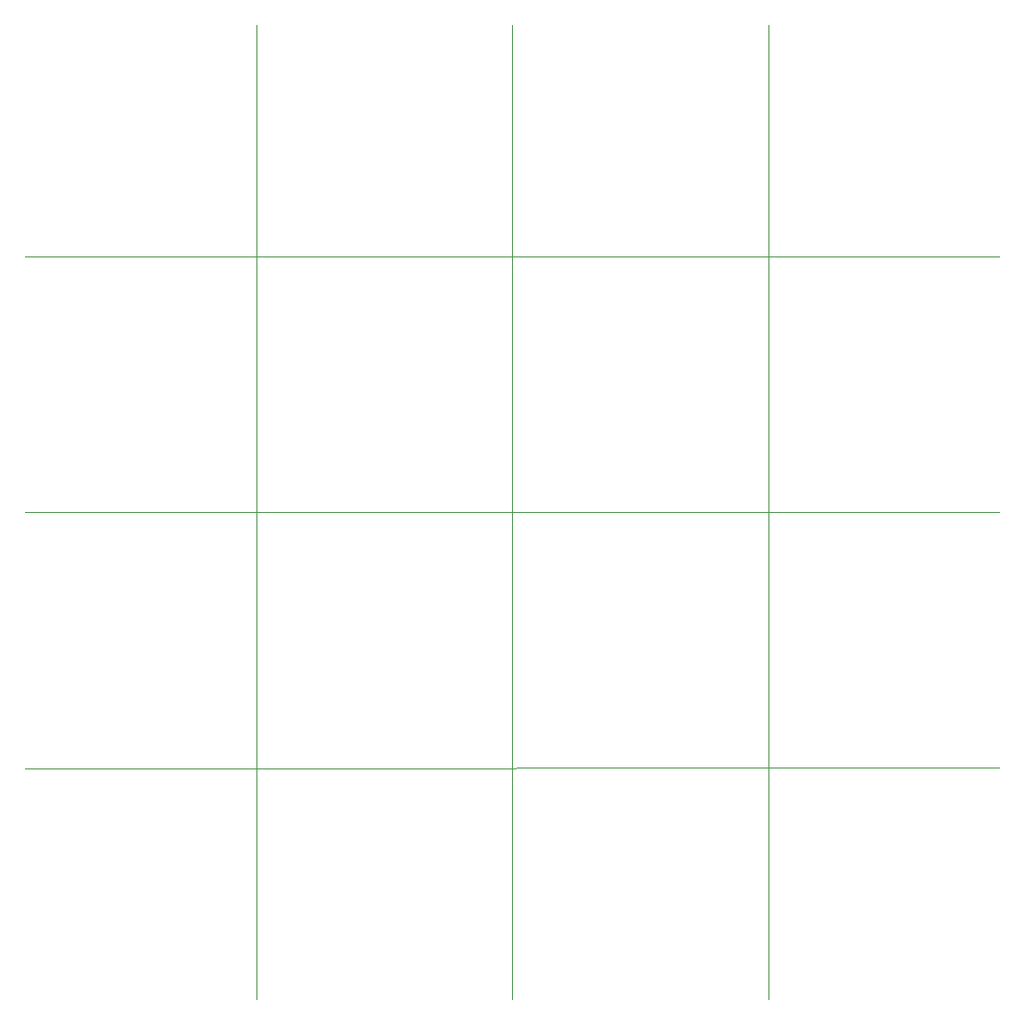
<source format=gbr>
G04 #@! TF.GenerationSoftware,KiCad,Pcbnew,8.0.6*
G04 #@! TF.CreationDate,2024-11-12T16:38:53+01:00*
G04 #@! TF.ProjectId,USB-C_Adapter - nutzen,5553422d-435f-4416-9461-70746572202d,rev?*
G04 #@! TF.SameCoordinates,Original*
G04 #@! TF.FileFunction,Other,User*
%FSLAX46Y46*%
G04 Gerber Fmt 4.6, Leading zero omitted, Abs format (unit mm)*
G04 Created by KiCad (PCBNEW 8.0.6) date 2024-11-12 16:38:53*
%MOMM*%
%LPD*%
G01*
G04 APERTURE LIST*
%ADD10C,0.100000*%
G04 APERTURE END LIST*
D10*
X164534000Y-117965900D02*
X253614000Y-117955900D01*
X232494000Y-96785900D02*
X232504000Y-185865900D01*
X164554000Y-164765900D02*
X253634000Y-164755900D01*
X185694000Y-96805900D02*
X185704000Y-185885900D01*
X164534000Y-141365900D02*
X253614000Y-141355900D01*
X209094000Y-96805900D02*
X209104000Y-185885900D01*
M02*

</source>
